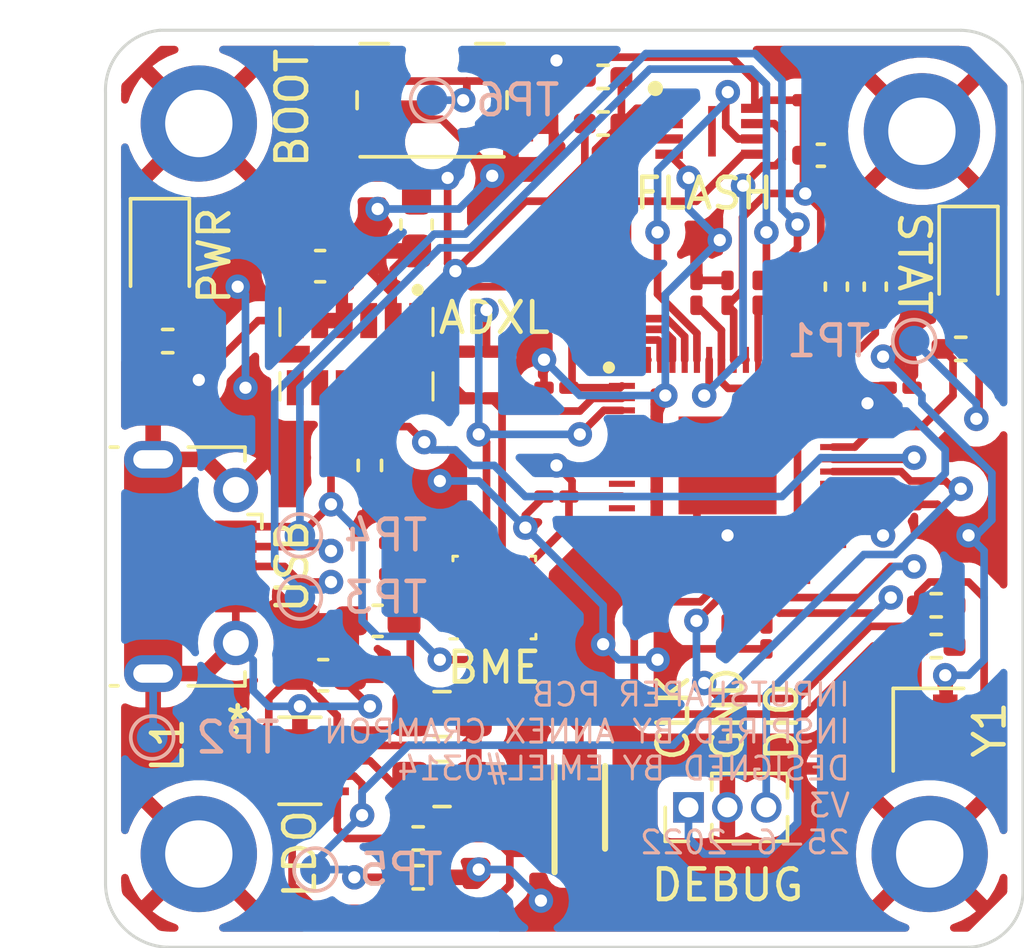
<source format=kicad_pcb>
(kicad_pcb (version 20211014) (generator pcbnew)
  (layers (0 "F.Cu" signal) (31 "B.Cu" signal) (34 "B.Paste" user) (35 "F.Paste" user) (36 "B.SilkS" user "B.Silkscreen") (37 "F.SilkS" user "F.Silkscreen") (38 "B.Mask" user) (39 "F.Mask" user) (44 "Edge.Cuts" user))
  (net 0 "")
  (net 1 "+3V3")
  (net 2 "GNDREF")
  (net 4 "/ADXL345/CS_ADXL")
  (net 9 "/ADXL345/SDO_ADXL")
  (net 10 "Net-(AC1-Pad13)")
  (net 11 "Net-(AC1-Pad14)")
  (net 12 "VSS")
  (net 13 "VBUS")
  (net 14 "/SDA")
  (net 15 "/SCL")
  (net 16 "/XIN")
  (net 17 "/XOUT")
  (net 18 "+1V1")
  (net 19 "/SWCLK")
  (net 20 "/SWDIO")
  (net 21 "/RUN")
  (net 22 "/GPIO23")
  (net 23 "/GPIO24")
  (net 24 "/GPIO25")
  (net 25 "/USB_DMX")
  (net 26 "/USB_DPX")
  (net 27 "/QSPI_SD3")
  (net 28 "/QSPI_SCLK")
  (net 29 "/QSPI_SD0")
  (net 30 "/QSPI_SD2")
  (net 31 "/QSPI_SD1")
  (net 32 "/QSPI_SS")
  (net 34 "Net-(L1-Pad1)")
  (net 35 "Net-(L1-Pad2)")
  (net 36 "/XR")
  (net 37 "Net-(D1-Pad2)")
  (net 38 "Net-(D2-Pad2)")
  (net 39 "/USB_DP")
  (net 41 "/USB_DM")
  (net 42 "/3V3_EN")
  (net 43 "Net-(R11-Pad1)")
  (net 44 "/4")
  (net 45 "/5")
  (net 46 "/6")
  (net 47 "/7")
  (net 48 "/8")
  (net 49 "/9")
  (net 50 "/11")
  (net 51 "/12")
  (net 52 "/13")
  (net 53 "/14")
  (net 54 "/15")
  (net 55 "/16")
  (net 56 "/17")
  (net 57 "/18")
  (net 58 "/27")
  (net 59 "/28")
  (net 60 "/34")
  (net 61 "/38")
  (net 62 "/39")
  (net 63 "/40")
  (net 64 "/41")
  (net 65 "/43")
  (net 66 "/29")
  (net 67 "/30")
  (net 68 "/31")
  (net 69 "/32")
  (footprint "MountingHole:MountingHole_2.2mm_M2_DIN965_Pad" (layer "F.Cu") (at 141.986 95.25)
    (fp_text reference "H4" hide)
    (fp_text value "MountingHole_Pad" hide)
  )
  (footprint "Resistor_SMD:R_0201_0603Metric_Pad0.64x0.40mm_HandSolder" (layer "F.Cu") (at 161.29 100.784 -90)
    (fp_text reference "R6" hide)
    (fp_text value "27r" hide)
  )
  (footprint "Resistor_SMD:R_0402_1005Metric_Pad0.72x0.64mm_HandSolder" (layer "F.Cu") (at 149.152 118.618)
    (fp_text reference "R9" hide)
    (fp_text value "100k" hide)
  )
  (footprint "Capacitor_SMD:C_0603_1608Metric_Pad1.08x0.95mm_HandSolder" (layer "F.Cu") (at 147.828 111.506 180)
    (fp_text reference "C17" hide)
    (fp_text value "0.1uf" hide)
  )
  (footprint "Resistor_SMD:R_0201_0603Metric_Pad0.64x0.40mm_HandSolder" (layer "F.Cu") (at 151.13 104.231)
    (fp_text reference "R16" hide)
    (fp_text value "4.7k" hide)
  )
  (footprint "MountingHole:MountingHole_2.2mm_M2_DIN965_Pad" (layer "F.Cu") (at 165.608 95.504)
    (fp_text reference "H1" hide)
    (fp_text value "MountingHole_Pad" hide)
  )
  (footprint "Capacitor_SMD:C_0201_0603Metric_Pad0.64x0.40mm_HandSolder" (layer "F.Cu") (at 163.068 116.332 180)
    (fp_text reference "C2" hide)
    (fp_text value "15p" hide)
  )
  (footprint "Capacitor_SMD:C_0402_1005Metric_Pad0.74x0.62mm_HandSolder" (layer "F.Cu") (at 164.084 100.584 90)
    (fp_text reference "C9" hide)
    (fp_text value "2u2" hide)
  )
  (footprint "Capacitor_SMD:C_0201_0603Metric_Pad0.64x0.40mm_HandSolder" (layer "F.Cu") (at 145.9495 98.044)
    (fp_text reference "C19" hide)
    (fp_text value "10uf1" hide)
  )
  (footprint "Capacitor_SMD:C_0603_1608Metric_Pad1.08x0.95mm_HandSolder" (layer "F.Cu") (at 146.05 113.284 180)
    (fp_text reference "C18" hide)
    (fp_text value "10uf" hide)
  )
  (footprint "Resistor_SMD:R_0402_1005Metric_Pad0.72x0.64mm_HandSolder" (layer "F.Cu") (at 147.574 106.426 -90)
    (fp_text reference "R8" hide)
    (fp_text value "10k" hide)
  )
  (footprint "Connector_PinHeader_1.27mm:PinHeader_1x03_P1.27mm_Vertical" (layer "F.Cu") (at 157.983 117.602 90)
    (fp_text reference "J1" hide)
    (fp_text value "Conn_01x03_Male" hide)
  )
  (footprint "Capacitor_SMD:C_0201_0603Metric_Pad0.64x0.40mm_HandSolder" (layer "F.Cu") (at 162.106 94.488)
    (fp_text reference "C16" hide)
    (fp_text value "100n" hide)
  )
  (footprint "Mouser parts:QFN40P700X700X90-57N-D" (layer "F.Cu") (at 159.258 106.426)
    (fp_text reference "IC1" hide)
    (fp_text value "RP2040" hide)
  )
  (footprint "MountingHole:MountingHole_2.2mm_M2_DIN965_Pad" (layer "F.Cu") (at 165.862 119.126)
    (fp_text reference "H2" hide)
    (fp_text value "MountingHole_Pad" hide)
  )
  (footprint "Resistor_SMD:R_0402_1005Metric_Pad0.72x0.64mm_HandSolder" (layer "F.Cu") (at 166.074 110.998 180)
    (fp_text reference "R3" hide)
    (fp_text value "1k" hide)
  )
  (footprint "Resistor_SMD:R_0402_1005Metric_Pad0.72x0.64mm_HandSolder" (layer "F.Cu") (at 155.194 93.726)
    (fp_text reference "R11" hide)
    (fp_text value "1k" hide)
  )
  (footprint "LED_SMD:LED_0805_2012Metric_Pad1.15x1.40mm_HandSolder" (layer "F.Cu") (at 140.716 99.568 -90)
    (fp_text reference "D2" hide)
    (fp_text value "LED" hide)
  )
  (footprint "Capacitor_SMD:C_0603_1608Metric_Pad1.08x0.95mm_HandSolder" (layer "F.Cu") (at 149.098 98.552 -90)
    (fp_text reference "C21" hide)
    (fp_text value "0.1uf" hide)
  )
  (footprint "Mouser parts:CC-14-1" (layer "F.Cu") (at 147.136 102.7885 -90)
    (fp_text reference "AC1" hide)
    (fp_text value "ADXL345BCCZ-RL7" hide)
  )
  (footprint "Capacitor_SMD:C_0603_1608Metric_Pad1.08x0.95mm_HandSolder" (layer "F.Cu") (at 145.9495 99.913)
    (fp_text reference "C20" hide)
    (fp_text value "0.1uf" hide)
  )
  (footprint "Resistor_SMD:R_0402_1005Metric_Pad0.72x0.64mm_HandSolder" (layer "F.Cu") (at 140.97 102.362)
    (fp_text reference "R4" hide)
    (fp_text value "10k" hide)
  )
  (footprint "LED_SMD:LED_0805_2012Metric_Pad1.15x1.40mm_HandSolder" (layer "F.Cu") (at 167.132 99.822 -90)
    (fp_text reference "D1" hide)
    (fp_text value "LED" hide)
  )
  (footprint "Resistor_SMD:R_0201_0603Metric_Pad0.64x0.40mm_HandSolder" (layer "F.Cu") (at 151.13 102.707)
    (fp_text reference "R15" hide)
    (fp_text value "4.7k" hide)
  )
  (footprint "RT6150B-33GQW:RT6150B-33GQW" (layer "F.Cu") (at 145.288 116.078)
    (fp_text reference "U1" hide)
    (fp_text value "RT6150B-33GQW" hide)
  )
  (footprint "Capacitor_SMD:C_0402_1005Metric_Pad0.74x0.62mm_HandSolder" (layer "F.Cu") (at 162.814 100.584 90)
    (fp_text reference "C10" hide)
    (fp_text value "2u2" hide)
  )
  (footprint "Resistor_SMD:R_0402_1005Metric_Pad0.72x0.64mm_HandSolder" (layer "F.Cu") (at 166.878 102.616 180)
    (fp_text reference "R1" hide)
    (fp_text value "4.7k" hide)
  )
  (footprint "Capacitor_SMD:C_0201_0603Metric_Pad0.64x0.40mm_HandSolder" (layer "F.Cu") (at 163.576 114.554 90)
    (fp_text reference "C1" hide)
    (fp_text value "15p " hide)
  )
  (footprint "Capacitor_SMD:C_0201_0603Metric_Pad0.64x0.40mm_HandSolder" (layer "F.Cu") (at 158.242 100.784 90)
    (fp_text reference "C6" hide)
    (fp_text value "2u2" hide)
  )
  (footprint "Capacitor_SMD:C_0201_0603Metric_Pad0.64x0.40mm_HandSolder" (layer "F.Cu") (at 160.528 112.014 -90)
    (fp_text reference "C8" hide)
    (fp_text value "100n" hide)
  )
  (footprint "Capacitor_SMD:C_0201_0603Metric_Pad0.64x0.40mm_HandSolder" (layer "F.Cu") (at 159.258 100.784 90)
    (fp_text reference "C3" hide)
    (fp_text value "2u2" hide)
  )
  (footprint "Capacitor_SMD:C_0201_0603Metric_Pad0.64x0.40mm_HandSolder" (layer "F.Cu") (at 164.88 103.886)
    (fp_text reference "C11" hide)
    (fp_text value "100n" hide)
  )
  (footprint "Resistor_SMD:R_0402_1005Metric_Pad0.72x0.64mm_HandSolder" (layer "F.Cu") (at 166.074 112.33 180)
    (fp_text reference "R2" hide)
    (fp_text value "DNP" hide)
  )
  (footprint "Inductor_SMD:L_0402_1005Metric" (layer "F.Cu") (at 142.24 115.57 -90)
    (fp_text reference "L1")
    (fp_text value "2u2" hide)
  )
  (footprint "Mouser parts:SODFL3616X98N" (layer "F.Cu") (at 154.432 117.602 90)
    (fp_text reference "D3" hide)
    (fp_text value "MBR120VLSFT1G" hide)
  )
  (footprint "Resistor_SMD:R_0201_0603Metric_Pad0.64x0.40mm_HandSolder" (layer "F.Cu") (at 160.274 100.784 -90)
    (fp_text reference "R5" hide)
    (fp_text value "27r" hide)
  )
  (footprint "Crystal:Crystal_SMD_2016-4Pin_2.0x1.6mm" (layer "F.Cu") (at 165.82 115.062 -90)
    (fp_text reference "Y1")
    (fp_text value "12MHz" hide)
  )
  (footprint "Capacitor_SMD:C_0805_2012Metric_Pad1.18x1.45mm_HandSolder" (layer "F.Cu") (at 149.932 116.84)
    (fp_text reference "C13" hide)
    (fp_text value "47u" hide)
  )
  (footprint "Capacitor_SMD:C_0201_0603Metric_Pad0.64x0.40mm_HandSolder" (layer "F.Cu") (at 164.88 107.696)
    (fp_text reference "C12" hide)
    (fp_text value "100n" hide)
  )
  (footprint "Resistor_SMD:R_0201_0603Metric_Pad0.64x0.40mm_HandSolder" (layer "F.Cu") (at 148.598 108.966 180)
    (fp_text reference "R14" hide)
    (fp_text value "4.7k" hide)
  )
  (footprint "Resistor_SMD:R_0402_1005Metric_Pad0.72x0.64mm_HandSolder" (layer "F.Cu") (at 155.194 95.25)
    (fp_text reference "R12" hide)
    (fp_text value "DNP" hide)
  )
  (footprint "Package_LGA:Bosch_LGA-8_2.5x2.5mm_P0.65mm_ClockwisePinNumbering" (layer "F.Cu") (at 151.638 110.744 90)
    (fp_text reference "U2" hide)
    (fp_text value "BME280" hide)
  )
  (footprint "Capacitor_SMD:C_0805_2012Metric_Pad1.18x1.45mm_HandSolder" (layer "F.Cu") (at 149.932 114.554)
    (fp_text reference "C14" hide)
    (fp_text value "47u" hide)
  )
  (footprint "Capacitor_SMD:C_0402_1005Metric_Pad0.74x0.62mm_HandSolder" (layer "F.Cu") (at 162.306 96.288)
    (fp_text reference "C15" hide)
    (fp_text value "2u2" hide)
  )
  (footprint "Resistor_SMD:R_01005_0402Metric_Pad0.57x0.30mm_HandSolder" (layer "F.Cu") (at 146.304 106.172 90)
    (fp_text reference "R7" hide)
    (fp_text value "5k6" hide)
  )
  (footprint "Connector_USB:USB_Micro-B_Molex-105017-0001" (layer "F.Cu") (at 141.732 109.728 -90)
    (fp_text reference "J2" hide)
    (fp_text value "USB_B_Micro" hide)
  )
  (footprint "Button_Switch_SMD:Panasonic_EVQPUM_EVQPUD" (layer "F.Cu") (at 149.606 94.488)
    (fp_text reference "SW1" hide)
    (fp_text value "SW_Push" hide)
  )
  (footprint "Capacitor_SMD:C_0201_0603Metric_Pad0.64x0.40mm_HandSolder" (layer "F.Cu") (at 159.258 112.014 -90)
    (fp_text reference "C7" hide)
    (fp_text value "100n" hide)
  )
  (footprint "MountingHole:MountingHole_2.2mm_M2_DIN965_Pad" (layer "F.Cu") (at 141.986 119.126)
    (fp_text reference "H3" hide)
    (fp_text value "MountingHole_Pad" hide)
  )
  (footprint "Capacitor_SMD:C_0201_0603Metric_Pad0.64x0.40mm_HandSolder" (layer "F.Cu") (at 153.67 103.886 180)
    (fp_text reference "C4" hide)
    (fp_text value "100n" hide)
  )
  (footprint "Mouser parts:SON50P300X200X60-9N" (layer "F.Cu") (at 158.75 95.504)
    (fp_text reference "IC2" hide)
    (fp_text value "W25Q16JVUXIQ" hide)
  )
  (footprint "Resistor_SMD:R_0201_0603Metric_Pad0.64x0.40mm_HandSolder" (layer "F.Cu") (at 148.598 109.982 180)
    (fp_text reference "R13" hide)
    (fp_text value "4.7k" hide)
  )
  (footprint "Resistor_SMD:R_0402_1005Metric_Pad0.72x0.64mm_HandSolder" (layer "F.Cu") (at 149.152 119.888)
    (fp_text reference "R10" hide)
    (fp_text value "100k" hide)
  )
  (footprint "Capacitor_SMD:C_0201_0603Metric_Pad0.64x0.40mm_HandSolder" (layer "F.Cu") (at 153.67 107.442 180)
    (fp_text reference "C5" hide)
    (fp_text value "100n" hide)
  )
  (footprint "TestPoint:TestPoint_Pad_D1.0mm" (layer "B.Cu") (at 165.354 102.362 180)
    (fp_text reference "TP1")
    (fp_text value "TestPoint")
  )
  (footprint "TestPoint:TestPoint_Pad_D1.0mm" (layer "B.Cu") (at 149.606 94.488 180)
    (fp_text reference "TP6")
    (fp_text value "TestPoint")
  )
  (footprint "TestPoint:TestPoint_Pad_D1.0mm" (layer "B.Cu") (at 140.462 115.316 180)
    (fp_text reference "TP2")
    (fp_text value "TestPoint")
  )
  (footprint "TestPoint:TestPoint_Pad_D1.0mm" (layer "B.Cu") (at 145.288 108.712 180)
    (fp_text reference "TP4")
    (fp_text value "TestPoint")
  )
  (footprint "TestPoint:TestPoint_Pad_D1.0mm" (layer "B.Cu") (at 145.796 119.634 180)
    (fp_text reference "TP5")
    (fp_text value "TestPoint")
  )
  (footprint "TestPoint:TestPoint_Pad_D1.0mm" (layer "B.Cu") (at 145.288 110.744 180)
    (fp_text reference "TP3")
    (fp_text value "TestPoint")
  )
  (gr_arc (start 168.91 120.296445) (mid 168.40873 121.602394) (end 167.132 122.174) (layer "Edge.Cuts") (width 0.1))
  (gr_line (start 168.91 93.98) (end 168.91 120.296445) (layer "Edge.Cuts") (width 0.1))
  (gr_line (start 140.716 92.202) (end 166.878 92.202) (layer "Edge.Cuts") (width 0.1))
  (gr_arc (start 166.878 92.202) (mid 168.216987 92.721872) (end 168.91 93.98) (layer "Edge.Cuts") (width 0.1))
  (gr_line (start 167.132 122.174) (end 140.97 122.174) (layer "Edge.Cuts") (width 0.1))
  (gr_line (start 138.938 120.118937) (end 138.938 94.234) (layer "Edge.Cuts") (width 0.1))
  (gr_arc (start 138.938 94.234) (mid 139.422937 92.864445) (end 140.716 92.202) (layer "Edge.Cuts") (width 0.1))
  (gr_arc (start 140.97 122.174) (mid 139.544753 121.551123) (end 138.938 120.118937) (layer "Edge.Cuts") (width 0.1))
  (gr_text "INPUTSHAPER PCB\nINSPIRED BY ANNEX CRAMPON\nDESIGNED BY EMIEL#0314\nV3\n25-6-2022" (at 163.322 116.332) (layer "B.SilkS") (effects (font (size 0.75 0.75) (thickness 0.1)) (justify left mirror)))
  (gr_text "ADXL" (at 151.638 101.6) (layer "F.SilkS") (effects (font (size 1 1))))
  (gr_text "BME" (at 151.638 113.03) (layer "F.SilkS") (effects (font (size 1 1))))
  (gr_text "STAT" (at 165.354 99.822 -90) (layer "F.SilkS") (effects (font (size 1 1))))
  (gr_text "LDO" (at 145.288 119.126 90) (layer "F.SilkS") (effects (font (size 1 1))))
  (gr_text "DEBUG" (at 159.258 120.142) (layer "F.SilkS") (effects (font (size 1 1))))
  (gr_text "CLK" (at 157.48 114.665143 90) (layer "F.SilkS") (effects (font (size 1 1))))
  (gr_text "USB" (at 145.034 109.728 90) (layer "F.SilkS") (effects (font (size 1 1))))
  (gr_text "DIO" (at 161.036 114.808 90) (layer "F.SilkS") (effects (font (size 1 1))))
  (gr_text "BOOT" (at 145.034 94.742 90) (layer "F.SilkS") (effects (font (size 1 1))))
  (gr_text "FLASH" (at 158.496 97.536) (layer "F.SilkS") (effects (font (size 1 1))))
  (gr_text "GND" (at 159.258 114.546096 90) (layer "F.SilkS") (effects (font (size 1 1))))
  (gr_text "PWR" (at 142.494 99.568 90) (layer "F.SilkS") (effects (font (size 1 1))))
  (segment (start 154.0775 108.3545) (end 152.663 109.769) (width 0.25) (layer "F.Cu") (net 1))
  (segment (start 161.798 97.536) (end 162.306 98.044) (width 0.25) (layer "F.Cu") (net 1))
  (segment (start 153.67 106.426) (end 154.178 106.934) (width 0.25) (layer "F.Cu") (net 1))
  (segment (start 141.5675 102.362) (end 141.5675 103.2135) (width 0.25) (layer "F.Cu") (net 1))
  (segment (start 152.908 100.584) (end 154.178 101.854) (width 0.25) (layer "F.Cu") (net 1))
  (segment (start 154.0775 107.442) (end 154.0775 108.3545) (width 0.25) (layer "F.Cu") (net 1))
  (segment (start 159.258 101.1915) (end 159.74948 100.70002) (width 0.25) (layer "F.Cu") (net 1))
  (segment (start 153.416 97.79) (end 154.5965 96.6095) (width 0.25) (layer "F.Cu") (net 1))
  (segment (start 144.272 114.046) (end 145.034 113.284) (width 0.25) (layer "F.Cu") (net 1))
  (segment (start 146.5072 114.6037) (end 146.5072 115.077999) (width 0.25) (layer "F.Cu") (net 1))
  (segment (start 149.136 101.308) (end 150.368 100.076) (width 0.25) (layer "F.Cu") (net 1))
  (segment (start 141.5675 103.2135) (end 141.986 103.632) (width 0.25) (layer "F.Cu") (net 1))
  (segment (start 161.7385 96.288) (end 161.7385 97.4765) (width 0.25) (layer "F.Cu") (net 1))
  (segment (start 154.178 101.854) (end 154.178 103.7855) (width 0.25) (layer "F.Cu") (net 1))
  (segment (start 144.99998 97.80958) (end 144.99998 99.82598) (width 0.25) (layer "F.Cu") (net 1))
  (segment (start 151.511 111.125) (end 152.105 111.719) (width 0.25) (layer "F.Cu") (net 1))
  (segment (start 162.306 99.620278) (end 162.052 99.874278) (width 0.25) (layer "F.Cu") (net 1))
  (segment (start 162.052 102.108) (end 162.814 101.346) (width 0.25) (layer "F.Cu") (net 1))
  (segment (start 148.8945 114.554) (end 148.8945 111.71) (width 0.25) (layer "F.Cu") (net 1))
  (segment (start 149.1275 111.069) (end 150.613 111.069) (width 0.25) (layer "F.Cu") (net 1))
  (segment (start 159.458 108.912) (end 159.258 108.712) (width 0.25) (layer "F.Cu") (net 1))
  (segment (start 160.416 94.488) (end 160.15 94.754) (width 0.25) (layer "F.Cu") (net 1))
  (segment (start 144.272 114.874799) (end 144.0688 115.077999) (width 0.25) (layer "F.Cu") (net 1))
  (segment (start 148.6905 111.506) (end 149.1275 111.069) (width 0.25) (layer "F.Cu") (net 1))
  (segment (start 144.272 114.046) (end 144.272 114.874799) (width 0.25) (layer "F.Cu") (net 1))
  (segment (start 162.708 107.426) (end 164.2025 107.426) (width 0.25) (layer "F.Cu") (net 1))
  (segment (start 154.5965 96.6095) (end 154.5965 95.25) (width 0.25) (layer "F.Cu") (net 1))
  (segment (start 163.83 104.394) (end 163.9645 104.394) (width 0.25) (layer "F.Cu") (net 1))
  (segment (start 161.458 102.976) (end 161.458 102.301) (width 0.25) (layer "F.Cu") (net 1))
  (segment (start 164.4725 108.5775) (end 164.338 108.712) (width 0.25) (layer "F.Cu") (net 1))
  (segment (start 146.357 98.044) (end 146.357 97.081) (width 0.25) (layer "F.Cu") (net 1))
  (segment (start 159.458 102.976) (end 159.858 102.976) (width 0.25) (layer "F.Cu") (net 1))
  (segment (start 155.748 103.886) (end 155.808 103.826) (width 0.25) (layer "F.Cu") (net 1))
  (segment (start 151.455 111.069) (end 151.511 111.125) (width 0.25) (layer "F.Cu") (net 1))
  (segment (start 151.511 111.125) (end 152.217 110.419) (width 0.25) (layer "F.Cu") (net 1))
  (segment (start 146.5072 115.077999) (end 148.370501 115.077999) (width 0.25) (layer "F.Cu") (net 1))
  (segment (start 163.9645 104.394) (end 164.4725 103.886) (width 0.25) (layer "F.Cu") (net 1))
  (segment (start 162.814 101.346) (end 162.814 101.1515) (width 0.25) (layer "F.Cu") (net 1))
  (segment (start 162.306 98.044) (end 162.306 99.620278) (width 0.25) (layer "F.Cu") (net 1))
  (segment (start 159.458 102.976) (end 159.458 101.3915) (width 0.25) (layer "F.Cu") (net 1))
  (segment (start 149.136 101.691) (end 149.136 101.308) (width 0.25) (layer "F.Cu") (net 1))
  (segment (start 155.808 107.426) (end 154.0935 107.426) (width 0.25) (layer "F.Cu") (net 1))
  (segment (start 148.6905 111.506) (end 148.1905 111.006) (width 0.25) (layer "F.Cu") (net 1))
  (segment (start 145.136 101.691) (end 145.136 99.962) (width 0.25) (layer "F.Cu") (net 1))
  (segment (start 150.114 97.028) (end 146.304 97.028) (width 0.25) (layer "F.Cu") (net 1))
  (segment (start 150.114 97.028) (end 150.114 99.822) (width 0.25) (layer "F.Cu") (net 1))
  (segment (start 164.4725 107.696) (end 164.4725 108.5775) (width 0.25) (layer "F.Cu") (net 1))
  (segment (start 159.37548 93.08148) (end 153.777 93.08148) (width 0.25) (layer "F.Cu") (net 1))
  (segment (start 154.178 107.3415) (end 154.0775 107.442) (width 0.25) (layer "F.Cu") (net 1))
  (segment (start 159.74948 100.70002) (end 159.74948 98.31452) (width 0.25) (layer "F.Cu") (net 1))
  (segment (start 150.876 100.584) (end 152.908 100.584) (width 0.25) (layer "F.Cu") (net 1))
  (segment (start 154.178 106.934) (end 154.178 107.3415) (width 0.25) (layer "F.Cu") (net 1))
  (segment (start 162.814 101.1515) (end 162.3655 101.1515) (width 0.25) (layer "F.Cu") (net 1))
  (segment (start 144.99998 99.82598) (end 145.087 99.913) (width 0.25) (layer "F.Cu") (net 1))
  (segment (start 152.217 110.419) (end 152.663 110.419) (width 0.25) (layer "F.Cu") (net 1))
  (segment (start 162.052 100.838) (end 162.052 100.418159) (width 0.25) (layer "F.Cu") (net 1))
  (segment (start 160.15 93.856) (end 159.512 93.218) (width 0.25) (layer "F.Cu") (net 1))
  (segment (start 159.458 111.4065) (end 159.458 109.876) (width 0.25) (layer "F.Cu") (net 1))
  (segment (start 152.105 111.719) (end 152.663 111.719) (width 0.25) (layer "F.Cu") (net 1))
  (segment (start 145.136 99.962) (end 145.087 99.913) (width 0.25) (layer "F.Cu") (net 1))
  (segment (start 154.178 103.7855) (end 154.0775 103.886) (width 0.25) (layer "F.Cu") (net 1))
  (segment (start 148.8945 111.71) (end 148.6905 111.506) (width 0.25) (layer "F.Cu") (net 1))
  (segment (start 146.304 97.028) (end 145.78156 97.028) (width 0.25) (layer "F.Cu") (net 1))
  (segment (start 154.0935 107.426) (end 154.0775 107.442) (width 0.25) (layer "F.Cu") (net 1))
  (segment (start 159.512 93.218) (end 159.37548 93.08148) (width 0.25) (layer "F.Cu") (net 1))
  (segment (start 164.2025 107.426) (end 164.4725 107.696) (width 0.25) (layer "F.Cu") (net 1))
  (segment (start 160.15 94.754) (end 160.15 93.856) (width 0.25) (layer "F.Cu") (net 1))
  (segment (start 164.4125 103.826) (end 164.4725 103.886) (width 0.25) (layer "F.Cu") (net 1))
  (segment (start 145.1875 113.284) (end 146.5072 114.6037) (width 0.25) (layer "F.Cu") (net 1))
  (segment (start 148.1905 108.966) (end 148.1905 109.982) (width 0.25) (layer "F.Cu") (net 1))
  (segment (start 145.034 113.284) (end 145.1875 113.284) (width 0.25) (layer "F.Cu") (net 1))
  (segment (start 149.098 97.282) (end 149.098 97.1815) (width 0.25) (layer "F.Cu") (net 1))
  (segment (start 148.1905 111.006) (end 148.1905 109.982) (width 0.25) (layer "F.Cu") (net 1))
  (segment (start 145.78156 97.028) (end 144.99998 97.80958) (width 0.25) (layer "F.Cu") (net 1))
  (segment (start 148.370501 115.077999) (end 148.8945 114.554) (width 0.25) (layer "F.Cu") (net 1))
  (segment (start 141.986 103.632) (end 143.927 101.691) (width 0.25) (layer "F.Cu") (net 1))
  (segment (start 161.6985 94.488) (end 160.416 94.488) (width 0.25) (layer "F.Cu") (net 1))
  (segment (start 150.368 100.076) (end 150.876 100.584) (width 0.25) (layer "F.Cu") (net 1))
  (segment (start 161.651 102.108) (end 162.052 102.108) (width 0.25) (layer "F.Cu") (net 1))
  (segment (start 152.654 97.79) (end 153.416 97.79) (width 0.25) (layer "F.Cu") (net 1))
  (segment (start 159.258 111.6065) (end 159.458 111.4065) (width 0.25) (layer "F.Cu") (net 1))
  (segment (start 161.7385 94.528) (end 161.6985 94.488) (width 0.25) (layer "F.Cu") (net 1))
  (segment (start 159.74948 98.31452) (end 160.528 97.536) (width 0.25) (layer "F.Cu") (net 1))
  (segment (start 162.708 103.826) (end 164.4125 103.826) (width 0.25) (layer "F.Cu") (net 1))
  (segment (start 160.528 97.536) (end 161.798 97.536) (width 0.25) (layer "F.Cu") (net 1))
  (segment (start 143.927 101.691) (end 145.136 101.691) (width 0.25) (layer "F.Cu") (net 1))
  (segment (start 150.114 99.822) (end 150.368 100.076) (width 0.25) (layer "F.Cu") (net 1))
  (segment (start 162.3655 101.1515) (end 162.052 100.838) (width 0.25) (layer "F.Cu") (net 1))
  (segment (start 159.458 109.876) (end 159.458 108.912) (width 0.25) (layer "F.Cu") (net 1))
  (segment (start 152.663 110.419) (end 152.663 109.769) (width 0.25) (layer "F.Cu") (net 1))
  (segment (start 159.458 101.3915) (end 159.258 101.1915) (width 0.25) (layer "F.Cu") (net 1))
  (segment (start 150.368 100.076) (end 152.654 97.79) (width 0.25) (layer "F.Cu") (net 1))
  (segment (start 161.7385 96.288) (end 161.7385 94.528) (width 0.25) (layer "F.Cu") (net 1))
  (segment (start 154.0775 103.886) (end 155.748 103.886) (width 0.25) (layer "F.Cu") (net 1))
  (segment (start 161.7385 97.4765) (end 161.798 97.536) (width 0.25) (layer "F.Cu") (net 1))
  (segment (start 146.357 97.081) (end 146.304 97.028) (width 0.25) (layer "F.Cu") (net 1))
  (segment (start 162.052 99.874278) (end 162.052 100.584) (width 0.25) (layer "F.Cu") (net 1))
  (segment (start 153.777 93.08148) (end 153.67 93.18848) (width 0.25) (layer "F.Cu") (net 1))
  (segment (start 150.613 111.069) (end 151.455 111.069) (width 0.25) (layer "F.Cu") (net 1))
  (segment (start 161.458 102.301) (end 161.651 102.108) (width 0.25) (layer "F.Cu") (net 1))
  (via (at 150.114 97.028) (size 0.8) (drill 0.4) (layers "F.Cu" "B.Cu") (net 1))
  (via (at 159.258 108.712) (size 0.8) (drill 0.4) (layers "F.Cu" "B.Cu") (net 1))
  (via (at 153.67 106.426) (size 0.8) (drill 0.4) (layers "F.Cu" "B.Cu") (net 1))
  (via (at 153.67 93.18848) (size 0.8) (drill 0.4) (layers "F.Cu" "B.Cu") (net 1))
  (via (at 161.798 97.536) (size 0.8) (drill 0.4) (layers "F.Cu" "B.Cu") (net 1))
  (via (at 164.338 108.712) (size 0.8) (drill 0.4) (layers "F.Cu" "B.Cu") (net 1))
  (via (at 150.368 100.076) (size 0.8) (drill 0.4) (layers "F.Cu" "B.Cu") (net 1))
  (via (at 141.986 103.632) (size 0.8) (drill 0.4) (layers "F.Cu" "B.Cu") (net 1))
  (via (at 163.83 104.394) (size 0.8) (drill 0.4) (layers "F.Cu" "B.Cu") (net 1))
  (segment (start 153.19152 93.18848) (end 153.67 93.18848) (width 0.25) (layer "B.Cu") (net 1))
  (segment (start 151.13 95.25) (end 153.19152 93.18848) (width 0.25) (layer "B.Cu") (net 1))
  (segment (start 166.37 106.68) (end 164.338 108.712) (width 0.25) (layer "B.Cu") (net 1))
  (segment (start 165.1 104.648) (end 166.37 105.918) (width 0.25) (layer "B.Cu") (net 1))
  (segment (start 150.114 97.028) (end 151.13 96.012) (width 0.25) (layer "B.Cu") (net 1))
  (segment (start 151.13 96.012) (end 151.13 95.25) (width 0.25) (layer "B.Cu") (net 1))
  (segment (start 163.83 104.394) (end 164.084 104.648) (width 0.25) (layer "B.Cu") (net 1))
  (segment (start 166.37 105.918) (end 166.37 106.68) (width 0.25) (layer "B.Cu") (net 1))
  (segment (start 164.084 104.648) (end 165.1 104.648) (width 0.25) (layer "B.Cu") (net 1))
  (segment (start 159.258 112.4215) (end 160.528 112.4215) (width 0.25) (layer "F.Cu") (net 2))
  (segment (start 152.663 111.069) (end 153.741 111.069) (width 0.25) (layer "F.Cu") (net 2))
  (segment (start 156.48 109.204) (end 158.258 109.204) (width 0.25) (layer "F.Cu") (net 2))
  (segment (start 157.988 96.892) (end 157.35 96.254) (width 0.25) (layer "F.Cu") (net 2))
  (segment (start 148.336 100.838) (end 147.411 99.913) (width 0.25) (layer "F.Cu") (net 2))
  (segment (start 151.569842 96.766858) (end 149.916463 95.113479) (width 0.25) (layer "F.Cu") (net 2))
  (segment (start 147.255521 95.113479) (end 147.031 95.338) (width 0.25) (layer "F.Cu") (net 2))
  (segment (start 145.936 100.789) (end 146.812 99.913) (width 0.25) (layer "F.Cu") (net 2))
  (segment (start 153.2625 103.886) (end 153.2625 102.9705) (width 0.25) (layer "F.Cu") (net 2))
  (segment (start 145.542 98.643) (end 146.812 99.913) (width 0.25) (layer "F.Cu") (net 2))
  (segment (start 150.613999 115.578001) (end 150.9695 115.2225) (width 0.25) (layer "F.Cu") (net 2))
  (segment (start 162.6605 115.4165) (end 162.814 115.57) (width 0.25) (layer "F.Cu") (net 2))
  (segment (start 154.178 111.76) (end 153.819489 112.118511) (width 0.25) (layer "F.Cu") (net 2))
  (segment (start 148.336 100.0135) (end 149.098 99.2515) (width 0.25) (layer "F.Cu") (net 2))
  (segment (start 158.242 100.3765) (end 159.258 100.3765) (width 0.25) (layer "F.Cu") (net 2))
  (segment (start 164.592 115.062) (end 166.116 115.062) (width 0.25) (layer "F.Cu") (net 2))
  (segment (start 157.3265 112.4215) (end 156.972 112.776) (width 0.25) (layer "F.Cu") (net 2))
  (segment (start 166.116 107.696) (end 167.132 108.712) (width 0.25) (layer "F.Cu") (net 2))
  (segment (start 154.178 111.506) (end 154.178 111.76) (width 0.25) (layer "F.Cu") (net 2))
  (segment (start 152.654 108.0505) (end 153.2625 107.442) (width 0.25) (layer "F.Cu") (net 2))
  (segment (start 146.736 99.989) (end 146.812 99.913) (width 0.25) (layer "F.Cu") (net 2))
  (segment (start 146.9125 113.284) (end 146.9125 113.6385) (width 0.25) (layer "F.Cu") (net 2))
  (segment (start 144.0688 116.078) (end 145.288 116.078) (width 0.25) (layer "F.Cu") (net 2))
  (segment (start 148.336 101.691) (end 148.336 100.838) (width 0.25) (layer "F.Cu") (net 2))
  (segment (start 145.542 98.044) (end 145.542 98.643) (width 0.25) (layer "F.Cu") (net 2))
  (segment (start 163.322 114.046) (end 163.4755 114.046) (width 0.25) (layer "F.Cu") (net 2))
  (segment (start 147.411 99.913) (end 146.812 99.913) (width 0.25) (layer "F.Cu") (net 2))
  (segment (start 162.5135 94.488) (end 162.5135 95.2035) (width 0.25) (layer "F.Cu") (net 2))
  (segment (start 162.8735 95.5635) (end 162.8735 96.288) (width 0.25) (layer "F.Cu") (net 2))
  (segment (start 150.9695 115.2225) (end 150.9695 114.554) (width 0.25) (layer "F.Cu") (net 2))
  (segment (start 149.916463 95.113479) (end 147.255521 95.113479) (width 0.25) (layer "F.Cu") (net 2))
  (segment (start 151.012511 112.118511) (end 150.613 111.719) (width 0.25) (layer "F.Cu") (net 2))
  (segment (start 165.2875 107.696) (end 166.116 107.696) (width 0.25) (layer "F.Cu") (net 2))
  (segment (start 145.936 101.691) (end 145.936 100.789) (width 0.25) (layer "F.Cu") (net 2))
  (segment (start 164.338 102.87) (end 164.592 102.87) (width 0.25) (layer "F.Cu") (net 2))
  (segment (start 164.592 102.87) (end 165.2875 103.5655) (width 0.25) (layer "F.Cu") (net 2))
  (segment (start 148.336 100.838) (end 148.336 100.0135) (width 0.25) (layer "F.Cu") (net 2))
  (segment (start 162.814 115.57) (end 164.084 115.57) (width 0.25) (layer "F.Cu") (net 2))
  (segment (start 151.569842 96.959842) (end 151.569842 96.766858) (width 0.25) (layer "F.Cu") (net 2))
  (segment (start 146.736 101.691) (end 146.736 99.989) (width 0.25) (layer "F.Cu") (net 2))
  (segment (start 145.288 116.078) (end 145.288 114.3) (width 0.25) (layer "F.Cu") (net 2))
  (segment (start 145.787999 115.578001) (end 146.5072 115.578001) (width 0.25) (layer "F.Cu") (net 2))
  (segment (start 164.084 115.57) (end 164.592 115.062) (width 0.25) (layer "F.Cu") (net 2))
  (segment (start 162.6605 116.332) (end 162.6605 115.4165) (width 0.25) (layer "F.Cu") (net 2))
  (segment (start 157.988 97.028) (end 157.988 96.892) (width 0.25) (layer "F.Cu") (net 2))
  (segment (start 162.6605 115.4165) (end 162.6605 114.7075) (width 0.25) (layer "F.Cu") (net 2))
  (segment (start 153.819489 112.118511) (end 151.012511 112.118511) (width 0.25) (layer "F.Cu") (net 2))
  (segment (start 152.654 108.458) (end 152.654 108.0505) (width 0.25) (layer "F.Cu") (net 2))
  (segment (start 143.1945 112.228) (end 143.1945 111.028) (width 0.25) (layer "F.Cu") (net 2))
  (segment (start 158.258 107.426) (end 159.258 106.426) (width 0.25) (layer "F.Cu") (net 2))
  (segment (start 158.258 109.876) (end 158.258 109.204) (width 0.25) (layer "F.Cu") (net 2))
  (segment (start 163.4755 114.046) (end 163.576 114.1465) (width 0.25) (layer "F.Cu") (net 2))
  (segment (start 158.242 100.3765) (end 158.242 99.822) (width 0.25) (layer "F.Cu") (net 2))
  (segment (start 154.178 111.506) (end 156.48 109.204) (width 0.25) (layer "F.Cu") (net 2))
  (segment (start 146.9125 113.6385) (end 147.574 114.3) (width 0.25) (layer "F.Cu") (net 2))
  (segment (start 146.5072 115.578001) (end 150.613999 115.578001) (width 0.25) (layer "F.Cu") (net 2))
  (segment (start 166.116 115.062) (end 166.37 114.808) (width 0.25) (layer "F.Cu") (net 2))
  (segment (start 153.741 111.069) (end 154.178 111.506) (width 0.25) (layer "F.Cu") (net 2))
  (segment (start 158.258 109.204) (end 158.258 107.426) (width 0.25) (layer "F.Cu") (net 2))
  (segment (start 158.242 99.822) (end 159.004 99.06) (width 0.25) (layer "F.Cu") (net 2))
  (segment (start 162.6605 114.7075) (end 163.322 114.046) (width 0.25) (layer "F.Cu") (net 2))
  (segment (start 162.5135 95.2035) (end 162.8735 95.5635) (width 0.25) (layer "F.Cu") (net 2))
  (segment (start 165.2875 103.5655) (end 165.2875 103.886) (width 0.25) (layer "F.Cu") (net 2))
  (segment (start 145.288 116.078) (end 145.787999 115.578001) (width 0.25) (layer "F.Cu") (net 2))
  (segment (start 159.258 112.4215) (end 157.3265 112.4215) (width 0.25) (layer "F.Cu") (net 2))
  (via (at 166.37 113.284) (size 0.8) (drill 0.4) (layers "F.Cu" "B.Cu") (net 2))
  (via (at 145.288 114.3) (size 0.8) (drill 0.4) (layers "F.Cu" "B.Cu") (net 2))
  (via (at 153.2625 102.9705) (size 0.8) (drill 0.4) (layers "F.Cu" "B.Cu") (net 2))
  (via (at 153.162 120.65) (size 0.8) (drill 0.4) (layers "F.Cu" "B.Cu") (net 2))
  (via (at 156.972 112.776) (size 0.8) (drill 0.4) (layers "F.Cu" "B.Cu") (net 2))
  (via (at 164.338 102.87) (size 0.8) (drill 0.4) (layers "F.Cu" "B.Cu") (net 2))
  (via (at 147.828 98.044) (size 0.8) (drill 0.4) (layers "F.Cu" "B.Cu") (net 2))
  (via (at 149.86 106.934) (size 0.8) (drill 0.4) (layers "F.Cu" "B.Cu") (net 2))
  (via (at 157.226 104.14) (size 0.8) (drill 0.4) (layers "F.Cu" "B.Cu") (net 2))
  (via (at 155.194 112.268) (size 0.8) (drill 0.4) (layers "F.Cu" "B.Cu") (net 2))
  (via (at 147.574 114.3) (size 0.8) (drill 0.4) (layers "F.Cu" "B.Cu") (net 2))
  (via (at 157.988 97.028) (size 0.8) (drill 0.4) (layers "F.Cu" "B.Cu") (net 2))
  (via (at 167.132 108.712) (size 0.8) (drill 0.4) (layers "F.Cu" "B.Cu") (net 2))
  (via (at 151.569842 96.959842) (size 0.8) (drill 0.4) (layers "F.Cu" "B.Cu") (net 2))
  (via (at 159.004 99.06) (size 0.8) (drill 0.4) (layers "F.Cu" "B.Cu") (net 2))
  (via (at 152.654 108.458) (size 0.8) (drill 0.4) (layers "F.Cu" "B.Cu") (net 2))
  (via (at 151.13 119.634) (size 0.8) (drill 0.4) (layers "F.Cu" "B.Cu") (net 2))
  (via (at 143.256 100.584) (size 0.8) (drill 0.4) (layers "F.Cu" "B.Cu") (net 2))
  (via (at 143.51 103.886) (size 0.8) (drill 0.4) (layers "F.Cu" "B.Cu") (net 2))
  (segment (start 167.64 109.22) (end 167.132 108.712) (width 0.25) (layer "B.Cu") (net 2))
  (segment (start 140.4945 113.228) (end 140.4945 115.2835) (width 0.25) (layer "B.Cu") (net 2))
  (segment (start 167.64 112.776) (end 167.64 109.22) (width 0.25) (layer "B.Cu") (net 2))
  (segment (start 167.894 106.68) (end 167.894 108.204) (width 0.25) (layer "B.Cu") (net 2))
  (segment (start 157.226 104.14) (end 157.226 100.838) (width 0.25) (layer "B.Cu") (net 2))
  (segment (start 145.288 114.3) (end 147.574 114.3) (width 0.25) (layer "B.Cu") (net 2))
  (segment (start 152.146 119.634) (end 153.162 120.65) (width 0.25) (layer "B.Cu") (net 2))
  (segment (start 165.608 104.14) (end 165.608 104.394) (width 0.25) (layer "B.Cu") (net 2))
  (segment (start 143.764 112.7975) (end 143.764 113.792) (width 0.25) (layer "B.Cu") (net 2))
  (segment (start 164.338 102.87) (end 165.608 104.14) (width 0.25) (layer "B.Cu") (net 2))
  (segment (start 143.1945 112.228) (end 143.764 112.7975) (width 0.25) (layer "B.Cu") (net 2))
  (segment (start 152.654 108.458) (end 155.194 110.998) (width 0.25) (layer "B.Cu") (net 2))
  (segment (start 167.386 108.712) (end 167.132 108.712) (width 0.25) (layer "B.Cu") (net 2))
  (segment (start 156.972 112.776) (end 155.702 112.776) (width 0.25) (layer "B.Cu") (net 2))
  (segment (start 143.764 113.792) (end 144.272 114.3) (width 0.25) (layer "B.Cu") (net 2))
  (segment (start 157.226 104.14) (end 154.432 104.14) (width 0.25) (layer "B.Cu") (net 2))
  (segment (start 151.13 119.634) (end 152.146 119.634) (width 0.25) (layer "B.Cu") (net 2))
  (segment (start 166.37 113.284) (end 167.132 113.284) (width 0.25) (layer "B.Cu") (net 2))
  (segment (start 143.51 100.838) (end 143.256 100.584) (width 0.25) (layer "B.Cu") (net 2))
  (segment (start 151.13 106.934) (end 152.654 108.458) (width 0.25) (layer "B.Cu") (net 2))
  (segment (start 143.51 103.886) (end 143.51 100.838) (width 0.25) (layer "B.Cu") (net 2))
  (segment (start 157.988 98.044) (end 159.004 99.06) (width 0.25) (layer "B.Cu") (net 2))
  (segment (start 155.702 112.776) (end 155.194 112.268) (width 0.25) (layer "B.Cu") (net 2))
  (segment (start 157.226 100.838) (end 159.004 99.06) (width 0.25) (layer "B.Cu") (net 2))
  (segment (start 150.485684 98.044) (end 151.569842 96.959842) (width 0.25) (layer "B.Cu") (net 2))
  (segment (start 167.132 113.284) (end 167.64 112.776) (width 0.25) (layer "B.Cu") (net 2))
  (segment (start 147.828 98.044) (end 150.485684 98.044) (width 0.25) (layer "B.Cu") (net 2))
  (segment (start 140.4945 115.2835) (end 140.462 115.316) (width 0.25) (layer "B.Cu") (net 2))
  (segment (start 154.432 104.14) (end 153.2625 102.9705) (width 0.25) (layer "B.Cu") (net 2))
  (segment (start 157.988 97.028) (end 157.988 98.044) (width 0.25) (layer "B.Cu") (net 2))
  (segment (start 167.894 108.204) (end 167.386 108.712) (width 0.25) (layer "B.Cu") (net 2))
  (segment (start 165.608 104.394) (end 167.894 106.68) (width 0.25) (layer "B.Cu") (net 2))
  (segment (start 144.272 114.3) (end 145.288 114.3) (width 0.25) (layer "B.Cu") (net 2))
  (segment (start 149.86 106.934) (end 151.13 106.934) (width 0.25) (layer "B.Cu") (net 2))
  (segment (start 155.194 110.998) (end 155.194 112.268) (width 0.25) (layer "B.Cu") (net 2))
  (segment (start 150.3775 103.886) (end 150.7225 104.231) (width 0.25) (layer "F.Cu") (net 10))
  (segment (start 149.136 103.886) (end 150.3775 103.886) (width 0.25) (layer "F.Cu") (net 10))
  (segment (start 149.315 102.707) (end 149.2335 102.7885) (width 0.25) (layer "F.Cu") (net 11))
  (segment (start 150.7225 102.707) (end 149.315 102.707) (width 0.25) (layer "F.Cu") (net 11))
  (segment (start 148.8945 116.84) (end 148.8945 117.763) (width 0.25) (layer "F.Cu") (net 12))
  (segment (start 151.638 118.618) (end 152.146 119.126) (width 0.25) (layer "F.Cu") (net 12))
  (segment (start 152.146 120.142) (end 152.146 119.126) (width 0.25) (layer "F.Cu") (net 12))
  (segment (start 148.8945 116.84) (end 148.336 116.84) (width 0.25) (layer "F.Cu") (net 12))
  (segment (start 145.034 118.11) (end 145.034 120.142) (width 0.25) (layer "F.Cu") (net 12))
  (segment (start 147.574 116.078) (end 146.5072 116.078) (width 0.25) (layer "F.Cu") (net 12))
  (segment (start 152.146 119.126) (end 152.17 119.102) (width 0.25) (layer "F.Cu") (net 12))
  (segment (start 145.034 120.142) (end 145.796 120.904) (width 0.25) (layer "F.Cu") (net 12))
  (segment (start 152.17 119.102) (end 154.432 119.102) (width 0.25) (layer "F.Cu") (net 12))
  (segment (start 144.0688 117.078001) (end 144.0688 117.1448) (width 0.25) (layer "F.Cu") (net 12))
  (segment (start 149.7495 118.618) (end 151.638 118.618) (width 0.25) (layer "F.Cu") (net 12))
  (segment (start 148.336 116.84) (end 147.574 116.078) (width 0.25) (layer "F.Cu") (net 12))
  (segment (start 144.0688 117.1448) (end 145.034 118.11) (width 0.25) (layer "F.Cu") (net 12))
  (segment (start 145.796 120.904) (end 151.384 120.904) (width 0.25) (layer "F.Cu") (net 12))
  (segment (start 148.8945 117.763) (end 149.7495 118.618) (width 0.25) (layer "F.Cu") (net 12))
  (segment (start 151.384 120.904) (end 152.146 120.142) (width 0.25) (layer "F.Cu") (net 12))
  (segment (start 154.432 115.062) (end 154.432 116.102) (width 0.25) (layer "F.Cu") (net 13))
  (segment (start 149.86 112.776) (end 152.146 112.776) (width 0.25) (layer "F.Cu") (net 13))
  (segment (start 146.304 107.696) (end 146.304 106.5095) (width 0.25) (layer "F.Cu") (net 13))
  (segment (start 145.572 108.428) (end 143.1945 108.428) (width 0.25) (layer "F.Cu") (net 13))
  (segment (start 152.146 112.776) (end 154.432 115.062) (width 0.25) (layer "F.Cu") (net 13))
  (segment (start 146.304 107.696) (end 145.572 108.428) (width 0.25) (layer "F.Cu") (net 13))
  (via (at 146.304 107.696) (size 0.8) (drill 0.4) (layers "F.Cu" "B.Cu") (net 13))
  (via (at 149.86 112.776) (size 0.8) (drill 0.4) (layers "F.Cu" "B.Cu") (net 13))
  (segment (start 147.828 112.014) (end 149.098 112.014) (width 0.25) (layer "B.Cu") (net 13))
  (segment (start 149.098 112.014) (end 149.86 112.776) (width 0.25) (layer "B.Cu") (net 13))
  (segment (start 147.32 108.712) (end 147.32 111.506) (width 0.25) (layer "B.Cu") (net 13))
  (segment (start 147.32 111.506) (end 147.828 112.014) (width 0.25) (layer "B.Cu") (net 13))
  (segment (start 146.304 107.696) (end 147.32 108.712) (width 0.25) (layer "B.Cu") (net 13))
  (segment (start 151.892 104.5855) (end 151.892 109.982) (width 0.25) (layer "F.Cu") (net 14))
  (segment (start 154.432 104.648) (end 154.84448 104.23552) (width 0.25) (layer "F.Cu") (net 14))
  (segment (start 149.352 109.982) (end 149.789 110.419) (width 0.25) (layer "F.Cu") (net 14))
  (segment (start 149.0055 109.982) (end 149.352 109.982) (width 0.25) (layer "F.Cu") (net 14))
  (segment (start 151.5375 104.231) (end 151.9545 104.648) (width 0.25) (layer "F.Cu") (net 14))
  (segment (start 151.892 109.982) (end 151.455 110.419) (width 0.25) (layer "F.Cu") (net 14))
  (segment (start 151.5375 104.231) (end 151.892 104.5855) (width 0.25) (layer "F.Cu") (net 14))
  (segment (start 151.9545 104.648) (end 154.432 104.648) (width 0.25) (layer "F.Cu") (net 14))
  (segment (start 149.789 110.419) (end 150.613 110.419) (width 0.25) (layer "F.Cu") (net 14))
  (segment (start 151.455 110.419) (end 150.613 110.419) (width 0.25) (layer "F.Cu") (net 14))
  (segment (start 154.84448 104.23552) (end 155.808 104.23552) (width 0.25) (layer "F.Cu") (net 14))
  (segment (start 150.613 109.769) (end 150.835 109.769) (width 0.25) (layer "F.Cu") (net 15))
  (segment (start 151.384 101.346) (end 151.384 102.5535) (width 0.25) (layer "F.Cu") (net 15))
  (segment (start 151.384 109.22) (end 151.384 105.664) (width 0.25) (layer "F.Cu") (net 15))
  (segment (start 155.216 104.626) (end 154.432 105.41) (width 0.25) (layer "F.Cu") (net 15))
  (segment (start 150.155 109.769) (end 150.613 109.769) (width 0.25) (layer "F.Cu") (net 15))
  (segment (start 150.835 109.769) (end 151.384 109.22) (width 0.25) (layer "F.Cu") (net 15))
  (segment (start 155.808 104.626) (end 155.216 104.626) (width 0.25) (layer "F.Cu") (net 15))
  (segment (start 151.384 105.664) (end 151.13 105.41) (width 0.25) (layer "F.Cu") (net 15))
  (segment (start 149.352 108.966) (end 150.155 109.769) (width 0.25) (layer "F.Cu") (net 15))
  (segment (start 149.0055 108.966) (end 149.352 108.966) (width 0.25) (layer "F.Cu") (net 15))
  (segment (start 151.384 102.5535) (end 151.5375 102.707) (width 0.25) (layer "F.Cu") (net 15))
  (via (at 151.384 101.346) (size 0.8) (drill 0.4) (layers "F.Cu" "B.Cu") (net 15))
  (via (at 151.13 105.41) (size 0.8) (drill 0.4) (layers "F.Cu" "B.Cu") (net 15))
  (via (at 154.432 105.41) (size 0.8) (drill 0.4) (layers "F.Cu" "B.Cu") (net 15))
  (segment (start 151.13 101.6) (end 151.13 105.41) (width 0.25) (layer "B.Cu") (net 15))
  (segment (start 151.384 101.346) (end 151.13 101.6) (width 0.25) (layer "B.Cu") (net 15))
  (segment (start 154.432 105.41) (end 151.13 105.41) (width 0.25) (layer "B.Cu") (net 15))
  (segment (start 163.9305 114.9615) (end 164.53 114.362) (width 0.25) (layer "F.Cu") (net 16))
  (segment (start 164.53 114.362) (end 165.27 114.362) (width 0.25) (layer "F.Cu") (net 16))
  (segment (start 165.27 113.876) (end 165.4765 113.6695) (width 0.25) (layer "F.Cu") (net 16))
  (segment (start 156.21 114.046) (end 156.718 114.554) (width 0.25) (layer "F.Cu") (net 16))
  (segment (start 165.4765 113.6695) (end 165.4765 112.33) (width 0.25) (layer "F.Cu") (net 16))
  (segment (start 158.658 110.595704) (end 158.372215 110.881489) (width 0.25) (layer "F.Cu") (net 16))
  (segment (start 165.27 114.362) (end 165.27 113.876) (width 0.25) (layer "F.Cu") (net 16))
  (segment (start 156.718 114.554) (end 161.798 114.554) (width 0.25) (layer "F.Cu") (net 16))
  (segment (start 158.658 109.876) (end 158.658 110.595704) (width 0.25) (layer "F.Cu") (net 16))
  (segment (start 156.834511 110.881489) (end 156.21 111.506) (width 0.25) (layer "F.Cu") (net 16))
  (segment (start 156.21 111.506) (end 156.21 114.046) (width 0.25) (layer "F.Cu") (net 16))
  (segment (start 163.576 114.9615) (end 163.9305 114.9615) (width 0.25) (layer "F.Cu") (net 16))
  (segment (start 164.022 112.33) (end 165.4765 112.33) (width 0.25) (layer "F.Cu") (net 16))
  (segment (start 161.798 114.554) (end 164.022 112.33) (width 0.25) (layer "F.Cu") (net 16))
  (segment (start 158.372215 110.881489) (end 156.834511 110.881489) (width 0.25) (layer "F.Cu") (net 16))
  (segment (start 158.242 111.506) (end 159.058 110.69) (width 0.25) (layer "F.Cu") (net 17))
  (segment (start 166.64448 111.68548) (end 163.90452 111.68548) (width 0.25) (layer "F.Cu") (net 17))
  (segment (start 166.6715 111.7125) (end 166.64448 111.68548) (width 0.25) (layer "F.Cu") (net 17))
  (segment (start 166.6715 111.7125) (end 166.6715 110.998) (width 0.25) (layer "F.Cu") (net 17))
  (segment (start 159.004 114.046) (end 158.496 113.538) (width 0.25) (layer "F.Cu") (net 17))
  (segment (start 161.544 114.046) (end 159.004 114.046) (width 0.25) (layer "F.Cu") (net 17))
  (segment (start 163.90452 111.68548) (end 161.544 114.046) (width 0.25) (layer "F.Cu") (net 17))
  (segment (start 166.6715 112.33) (end 166.6715 111.7125) (width 0.25) (layer "F.Cu") (net 17))
  (segment (start 159.058 110.69) (end 159.058 109.876) (width 0.25) (layer "F.Cu") (net 17))
  (via (at 158.242 111.506) (size 0.8) (drill 0.4) (layers "F.Cu" "B.Cu") (net 17))
  (via (at 158.496 113.538) (size 0.8) (drill 0.4) (layers "F.Cu" "B.Cu") (net 17))
  (segment (start 158.496 113.538) (end 158.242 113.284) (width 0.25) (layer "B.Cu") (net 17))
  (segment (start 158.242 113.284) (end 158.242 111.506) (width 0.25) (layer "B.Cu") (net 17))
  (segment (start 163.576 102.616) (end 164.084 102.108) (width 0.25) (layer "F.Cu") (net 18))
  (segment (start 159.858 109.876) (end 159.858 109.301978) (width 0.25) (layer "F.Cu") (net 18))
  (segment (start 161.058 103.908) (end 161.058 102.976) (width 0.25) (layer "F.Cu") (net 18))
  (segment (start 161.036 108.966) (end 161.544 108.458) (width 0.25) (layer "F.Cu") (net 18))
  (segment (start 161.417 104.267) (end 163.068 102.616) (width 0.25) (layer "F.Cu") (net 18))
  (segment (start 161.417 104.267) (end 161.058 103.908) (width 0.25) (layer "F.Cu") (net 18))
  (segment (start 159.058 102.0075) (end 158.242 101.1915) (width 0.25) (layer "F.Cu") (net 18))
  (segment (start 159.058 102.976) (end 159.058 103.686) (width 0.25) (layer "F.Cu") (net 18))
  (segment (start 163.068 102.616) (end 163.576 102.616) (width 0.25) (layer "F.Cu") (net 18))
  (segment (start 159.858 110.9365) (end 159.858 109.876) (width 0.25) (layer "F.Cu") (net 18))
  (segment (start 164.084 102.108) (end 164.084 101.1515) (width 0.25) (layer "F.Cu") (net 18))
  (segment (start 159.058 102.976) (end 159.058 102.0075) (width 0.25) (layer "F.Cu") (net 18))
  (segment (start 159.058 103.686) (end 159.28 103.908) (width 0.25) (layer "F.Cu") (net 18))
  (segment (start 161.544 108.458) (end 161.544 104.394) (width 0.25) (layer "F.Cu") (net 18))
  (segment (start 161.544 104.394) (end 161.417 104.267) (width 0.25) (layer "F.Cu") (net 18))
  (segment (start 160.193978 108.966) (end 161.036 108.966) (width 0.25) (layer "F.Cu") (net 18))
  (segment (start 159.28 103.908) (end 161.058 103.908) (width 0.25) (layer "F.Cu") (net 18))
  (segment (start 159.858 109.301978) (end 160.193978 108.966) (width 0.25) (layer "F.Cu") (net 18))
  (segment (start 160.528 111.6065) (end 159.858 110.9365) (width 0.25) (layer "F.Cu") (net 18))
  (segment (start 160.76242 111.06448) (end 160.59448 111.06448) (width 0.25) (layer "F.Cu") (net 19))
  (segment (start 160.258 110.728) (end 160.258 109.876) (width 0.25) (layer "F.Cu") (net 19))
  (segment (start 160.94994 111.252) (end 160.76242 111.06448) (width 0.25) (layer "F.Cu") (net 19))
  (segment (start 160.59448 111.06448) (end 160.258 110.728) (width 0.25) (layer "F.Cu") (net 19))
  (segment (start 164.084 111.252) (end 160.94994 111.252) (width 0.25) (layer "F.Cu") (net 19))
  (segment (start 164.592 110.744) (end 164.084 111.252) (width 0.25) (layer "F.Cu") (net 19))
  (via (at 164.592 110.744) (size 0.8) (drill 0.4) (layers "F.Cu" "B.Cu") (net 19))
  (segment (start 161.544 113.792) (end 161.544 118.11) (width 0.25) (layer "B.Cu") (net 19))
  (segment (start 164.592 110.744) (end 161.544 113.792) (width 0.25) (layer "B.Cu") (net 19))
  (segment (start 158.496 119.126) (end 157.983 118.613) (width 0.25) (layer "B.Cu") (net 19))
  (segment (start 157.983 118.613) (end 157.983 117.602) (width 0.25) (layer "B.Cu") (net 19))
  (segment (start 160.528 119.126) (end 158.496 119.126) (width 0.25) (layer "B.Cu") (net 19))
  (segment (start 161.544 118.11) (end 160.528 119.126) (width 0.25) (layer "B.Cu") (net 19))
  (segment (start 164.592 109.728) (end 165.354 109.728) (width 0.25) (layer "F.Cu") (net 20))
  (segment (start 164.338 109.982) (end 164.592 109.728) (width 0.25) (layer "F.Cu") (net 20))
  (segment (start 163.576 110.744) (end 164.338 109.982) (width 0.25) (layer "F.Cu") (net 20))
  (segment (start 161.036 110.744) (end 163.576 110.744) (width 0.25) (layer "F.Cu") (net 20))
  (segment (start 160.658 109.876) (end 160.658 110.366) (width 0.25) (layer "F.Cu") (net 20))
  (segment (start 160.658 110.366) (end 161.036 110.744) (width 0.25) (layer "F.Cu") (net 20))
  (via (at 165.354 109.728) (size 0.8) (drill 0.4) (layers "F.Cu" "B.Cu") (net 20))
  (segment (start 165.354 109.728) (end 164.724807 109.728) (width 0.25) (layer "B.Cu") (net 20))
  (segment (start 160.523 113.929807) (end 160.523 117.602) (width 0.25) (layer "B.Cu") (net 20))
  (segment (start 164.724807 109.728) (end 160.523 113.929807) (width 0.25) (layer "B.Cu") (net 20))
  (segment (start 166.878 107.188) (end 166.624 107.188) (width 0.25) (layer "F.Cu") (net 22))
  (segment (start 166.37 106.934) (end 165.232807 106.934) (width 0.25) (layer "F.Cu") (net 22))
  (segment (start 147.057999 116.577999) (end 147.32 116.84) (width 0.25) (layer "F.Cu") (net 22))
  (segment (start 166.624 107.188) (end 166.37 106.934) (width 0.25) (layer "F.Cu") (net 22))
  (segment (start 146.5072 116.577999) (end 147.057999 116.577999) (width 0.25) (layer "F.Cu") (net 22))
  (segment (start 147.32 116.84) (end 147.32 117.856) (width 0.25) (layer "F.Cu") (net 22))
  (segment (start 165.232807 106.934) (end 164.924807 106.626) (width 0.25) (layer "F.Cu") (net 22))
  (segment (start 147.066 119.888) (end 148.5545 119.888) (width 0.25) (layer "F.Cu") (net 22))
  (segment (start 164.924807 106.626) (end 162.708 106.626) (width 0.25) (layer "F.Cu") (net 22))
  (via (at 147.32 117.856) (size 0.8) (drill 0.4) (layers "F.Cu" "B.Cu") (net 22))
  (via (at 147.066 119.888) (size 0.8) (drill 0.4) (layers "F.Cu" "B.Cu") (net 22))
  (via (at 166.878 107.188) (size 0.8) (drill 0.4) (layers "F.Cu" "B.Cu") (net 22))
  (segment (start 145.796 119.634) (end 145.796 119.38) (width 0.25) (layer "B.Cu") (net 22))
  (segment (start 145.796 119.38) (end 147.32 117.856) (width 0.25) (layer "B.Cu") (net 22))
  (segment (start 157.48 115.57) (end 163.713489 109.336511) (width 0.25) (layer "B.Cu") (net 22))
  (segment (start 145.796 119.634) (end 146.812 119.634) (width 0.25) (layer "B.Cu") (net 22))
  (segment (start 147.32 117.856) (end 147.32 117.094) (width 0.25) (layer "B.Cu") (net 22))
  (segment (start 147.32 117.094) (end 148.844 115.57) (width 0.25) (layer "B.Cu") (net 22))
  (segment (start 146.812 119.634) (end 147.066 119.888) (width 0.25) (layer "B.Cu") (net 22))
  (segment (start 164.729489 109.336511) (end 166.878 107.188) (width 0.25) (layer "B.Cu") (net 22))
  (segment (start 163.713489 109.336511) (end 164.729489 109.336511) (width 0.25) (layer "B.Cu") (net 22))
  (segment (start 148.844 115.57) (end 157.48 115.57) (width 0.25) (layer "B.Cu") (net 22))
  (segment (start 148.844 105.156) (end 149.352 105.664) (width 0.25) (layer "F.Cu") (net 23))
  (segment (start 147.568 105.8345) (end 147.574 105.8285) (width 0.25) (layer "F.Cu") (net 23))
  (segment (start 162.708 106.226) (end 165.3 106.226) (width 0.25) (layer "F.Cu") (net 23))
  (segment (start 146.812 105.751) (end 146.812 105.156) (width 0.25) (layer "F.Cu") (net 23))
  (segment (start 148.082 105.156) (end 148.844 105.156) (width 0.25) (layer "F.Cu") (net 23))
  (segment (start 146.304 105.8345) (end 146.7285 105.8345) (width 0.25) (layer "F.Cu") (net 23))
  (segment (start 146.7285 105.8345) (end 147.568 105.8345) (width 0.25) (layer "F.Cu") (net 23))
  (segment (start 165.3 106.226) (end 165.354 106.172) (width 0.25) (layer "F.Cu") (net 23))
  (segment (start 146.812 105.156) (end 148.082 105.156) (width 0.25) (layer "F.Cu") (net 23))
  (segment (start 146.7285 105.8345) (end 146.812 105.751) (width 0.25) (layer "F.Cu") (net 23))
  (via (at 165.354 106.172) (size 0.8) (drill 0.4) (layers "F.Cu" "B.Cu") (net 23))
  (via (at 149.352 105.664) (size 0.8) (drill 0.4) (layers "F.Cu" "B.Cu") (net 23))
  (segment (start 150.114 105.918) (end 150.368 105.918) (width 0.25) (layer "B.Cu") (net 23))
  (segment (start 161.036 107.442) (end 161.798 106.68) (width 0.25) (layer "B.Cu") (net 23))
  (segment (start 151.638 106.426) (end 152.4 107.188) (width 0.25) (layer "B.Cu") (net 23))
  (segment (start 149.352 105.664) (end 149.606 105.918) (width 0.25) (layer "B.Cu") (net 23))
  (segment (start 150.622 106.172) (end 150.876 106.426) (width 0.25) (layer "B.Cu") (net 23))
  (segment (start 153.162 107.442) (end 161.036 107.442) (width 0.25) (layer "B.Cu") (net 23))
  (segment (start 162.306 106.172) (end 165.354 106.172) (width 0.25) (layer "B.Cu") (net 23))
  (segment (start 161.798 106.68) (end 162.306 106.172) (width 0.25) (layer "B.Cu") (net 23))
  (segment (start 150.876 106.426) (end 151.384 106.426) (width 0.25) (layer "B.Cu") (net 23))
  (segment (start 150.368 105.918) (end 150.622 106.172) (width 0.25) (layer "B.Cu") (net 23))
  (segment (start 152.4 107.188) (end 152.654 107.442) (width 0.25) (layer "B.Cu") (net 23))
  (segment (start 149.606 105.918) (end 150.114 105.918) (width 0.25) (layer "B.Cu") (net 23))
  (segment (start 151.384 106.426) (end 151.638 106.426) (width 0.25) (layer "B.Cu") (net 23))
  (segment (start 152.654 107.442) (end 153.162 107.442) (width 0.25) (layer "B.Cu") (net 23))
  (segment (start 166.624 104.14) (end 166.624 102.9595) (width 0.25) (layer "F.Cu") (net 24))
  (segment (start 162.708 105.826) (end 163.414 105.826) (width 0.25) (layer "F.Cu") (net 24))
  (segment (start 166.624 102.9595) (end 166.2805 102.616) (width 0.25) (layer "F.Cu") (net 24))
  (segment (start 164.084 105.156) (end 165.608 105.156) (width 0.25) (layer "F.Cu") (net 24))
  (segment (start 163.414 105.826) (end 164.084 105.156) (width 0.25) (layer "F.Cu") (net 24))
  (segment (start 165.608 105.156) (end 166.624 104.14) (width 0.25) (layer "F.Cu") (net 24))
  (segment (start 161.29 101.854) (end 161.29 101.1915) (width 0.25) (layer "F.Cu") (net 25))
  (segment (start 160.658 102.976) (end 160.658 102.486) (width 0.25) (layer "F.Cu") (net 25))
  (segment (start 160.658 102.486) (end 161.29 101.854) (width 0.25) (layer "F.Cu") (net 25))
  (segment (start 160.258 102.976) (end 160.258 101.2075) (width 0.25) (layer "F.Cu") (net 26))
  (segment (start 160.258 101.2075) (end 160.274 101.1915) (width 0.25) (layer "F.Cu") (net 26))
  (segment (start 161.036 95.504) (end 161.036 96.417022) (width 0.25) (layer "F.Cu") (net 27))
  (segment (start 160.786 95.254) (end 161.036 95.504) (width 0.25) (layer "F.Cu") (net 27))
  (segment (start 161.036 96.417022) (end 160.824511 96.628511) (width 0.25) (layer "F.Cu") (net 27))
  (segment (start 160.419489 96.628511) (end 159.766 97.282) (width 0.25) (layer "F.Cu") (net 27))
  (segment (start 160.824511 96.628511) (end 160.419489 96.628511) (width 0.25) (layer "F.Cu") (net 27))
  (segment (start 160.15 95.254) (end 160.786 95.254) (width 0.25) (layer "F.Cu") (net 27))
  (segment (start 158.658 103.978) (end 158.496 104.14) (width 0.25) (layer "F.Cu") (net 27))
  (segment (start 158.658 102.976) (end 158.658 103.978) (width 0.25) (layer "F.Cu") (net 27))
  (via (at 159.766 97.282) (size 0.8) (drill 0.4) (layers "F.Cu" "B.Cu") (net 27))
  (via (at 158.496 104.14) (size 0.8) (drill 0.4) (layers "F.Cu" "B.Cu") (net 27))
  (segment (start 159.766 97.282) (end 159.766 102.87) (width 0.25) (layer "B.Cu") (net 27))
  (segment (start 159.766 102.87) (end 158.496 104.14) (width 0.25) (layer "B.Cu") (net 27))
  (segment (start 158.258 102.110296) (end 156.972 100.824296) (width 0.25) (layer "F.Cu") (net 28))
  (segment (start 159.266075 94.224618) (end 159.199511 94.291182) (width 0.25) (layer "F.Cu") (net 28))
  (segment (start 159.199511 95.352533) (end 159.600978 95.754) (width 0.25) (layer "F.Cu") (net 28))
  (segment (start 159.199511 94.291182) (end 159.199511 95.352533) (width 0.25) (layer "F.Cu") (net 28))
  (segment (start 158.258 102.976) (end 158.258 102.110296) (width 0.25) (layer "F.Cu") (net 28))
  (segment (start 156.972 100.824296) (end 156.972 98.806) (width 0.25) (layer "F.Cu") (net 28))
  (segment (start 159.600978 95.754) (end 160.15 95.754) (width 0.25) (layer "F.Cu") (net 28))
  (via (at 159.266075 94.224618) (size 0.8) (drill 0.4) (layers "F.Cu" "B.Cu") (net 28))
  (via (at 156.972 98.806) (size 0.8) (drill 0.4) (layers "F.Cu" "B.Cu") (net 28))
  (segment (start 156.972 96.774) (end 156.972 98.806) (width 0.25) (layer "B.Cu") (net 28))
  (segment (start 159.266075 94.479925) (end 156.972 96.774) (width 0.25) (layer "B.Cu") (net 28))
  (segment (start 159.266075 94.224618) (end 159.266075 94.479925) (width 0.25) (layer "B.Cu") (net 28))
  (segment (start 155.98856 101.62745) (end 155.98856 98.01144) (width 0.25) (layer "F.Cu") (net 29))
  (segment (start 155.98856 98.01144) (end 156.21 97.79) (width 0.25) (layer "F.Cu") (net 29))
  (segment (start 157.858 102.213387) (end 157.272063 101.62745) (width 0.25) (layer "F.Cu") (net 29))
  (segment (start 157.272063 101.62745) (end 155.98856 101.62745) (width 0.25) (layer "F.Cu") (net 29))
  (segment (start 159.778 96.254) (end 160.15 96.254) (width 0.25) (layer "F.Cu") (net 29))
  (segment (start 157.858 102.976) (end 157.858 102.213387) (width 0.25) (layer "F.Cu") (net 29))
  (segment (start 156.21 97.79) (end 158.242 97.79) (width 0.25) (layer "F.Cu") (net 29))
  (segment (start 158.242 97.79) (end 159.778 96.254) (width 0.25) (layer "F.Cu") (net 29))
  (segment (start 155.63904 97.049846) (end 155.63904 101.818448) (width 0.25) (layer "F.Cu") (net 30))
  (segment (start 156.800978 95.754) (end 155.645059 96.909919) (width 0.25) (layer "F.Cu") (net 30))
  (segment (start 155.797562 101.97697) (end 157.127288 101.97697) (width 0.25) (layer "F.Cu") (net 30))
  (segment (start 157.127288 101.97697) (end 157.458 102.307682) (width 0.25) (layer "F.Cu") (net 30))
  (segment (start 155.645059 97.043827) (end 155.63904 97.049846) (width 0.25) (layer "F.Cu") (net 30))
  (segment (start 155.645059 96.909919) (end 155.645059 97.043827) (width 0.25) (layer "F.Cu") (net 30))
  (segment (start 157.458 102.307682) (end 157.458 102.976) (width 0.25) (layer "F.Cu") (net 30))
  (segment (start 157.35 95.754) (end 156.800978 95.754) (width 0.25) (layer "F.Cu") (net 30))
  (segment (start 155.63904 101.818448) (end 155.797562 101.97697) (width 0.25) (layer "F.Cu") (net 30))
  (segment (start 156.714 95.254) (end 157.35 95.254) (width 0.25) (layer "F.Cu") (net 31))
  (segment (start 155.28952 96.905071) (end 155.295539 96.899052) (width 0.25) (layer "F.Cu") (net 31))
  (segment (start 156.982511 102.326489) (end 155.652785 102.326489) (width 0.25) (layer "F.Cu") (net 31))
  (segment (start 155.295539 96.672461) (end 156.714 95.254) (width 0.25) (layer "F.Cu") (net 31))
  (segment (start 157.058 102.976) (end 157.058 102.401978) (width 0.25) (layer "F.Cu") (net 31))
  (segment (start 155.28952 101.963224) (end 155.28952 96.905071) (width 0.25) (layer "F.Cu") (net 31))
  (segment (start 157.058 102.401978) (end 156.982511 102.326489) (width 0.25) (layer "F.Cu") (net 31))
  (segment (start 155.652785 102.326489) (end 155.28952 101.963224) (width 0.25) (layer "F.Cu") (net 31))
  (segment (start 155.295539 96.899052) (end 155.295539 96.672461) (width 0.25) (layer "F.Cu") (net 31))
  (segment (start 157.35 94.754) (end 156.2875 94.754) (width 0.25) (layer "F.Cu") (net 32))
  (segment (start 154.94 102.108) (end 155.808 102.976) (width 0.25) (layer "F.Cu") (net 32))
  (segment (start 155.7915 95.25) (end 154.94602 96.09548) (width 0.25) (layer "F.Cu") (net 32))
  (segment (start 154.94 96.760295) (end 154.94 102.108) (width 0.25) (layer "F.Cu") (net 32))
  (segment (start 156.2875 94.754) (end 155.7915 95.25) (width 0.25) (layer "F.Cu") (net 32))
  (segment (start 154.94602 96.754275) (end 154.94 96.760295) (width 0.25) (layer "F.Cu") (net 32))
  (segment (start 154.94602 96.09548) (end 154.94602 96.754275) (width 0.25) (layer "F.Cu") (net 32))
  (segment (start 155.808 102.976) (end 156.658 102.976) (width 0.25) (layer "F.Cu") (net 32))
  (segment (start 155.7915 93.726) (end 155.7915 95.25) (width 0.25) (layer "F.Cu") (net 32))
  (segment (start 142.771 115.085) (end 143.264001 115.578001) (width 0.25) (layer "F.Cu") (net 34))
  (segment (start 142.24 115.085) (end 142.771 115.085) (width 0.25) (layer "F.Cu") (net 34))
  (segment (start 143.264001 115.578001) (end 144.0688 115.578001) (width 0.25) (layer "F.Cu") (net 34))
  (segment (start 143.002 116.586) (end 143.010001 116.577999) (width 0.25) (layer "F.Cu") (net 35))
  (segment (start 142.24 116.055) (end 142.471 116.055) (width 0.25) (layer "F.Cu") (net 35))
  (segment (start 142.471 116.055) (end 143.002 116.586) (width 0.25) (layer "F.Cu") (net 35))
  (segment (start 143.010001 116.577999) (end 144.0688 116.577999) (width 0.25) (layer "F.Cu") (net 35))
  (segment (start 165.862 110.236) (end 167.132 110.236) (width 0.25) (layer "F.Cu") (net 36))
  (segment (start 167.045022 116.586) (end 165.694978 116.586) (width 0.25) (layer "F.Cu") (net 36))
  (segment (start 165.4765 110.6215) (end 165.862 110.236) (width 0.25) (layer "F.Cu") (net 36))
  (segment (start 165.4765 110.998) (end 165.4765 110.6215) (width 0.25) (layer "F.Cu") (net 36))
  (segment (start 167.64 110.744) (end 167.64 115.991022) (width 0.25) (layer "F.Cu") (net 36))
  (segment (start 165.27 116.161022) (end 165.27 115.762) (width 0.25) (layer "F.Cu") (net 36))
  (segment (start 167.132 110.236) (end 167.64 110.744) (width 0.25) (layer "F.Cu") (net 36))
  (segment (start 165.694978 116.586) (end 165.27 116.161022) (width 0.25) (layer "F.Cu") (net 36))
  (segment (start 164.954 116.078) (end 163.7295 116.078) (width 0.25) (layer "F.Cu") (net 36))
  (segment (start 167.64 115.991022) (end 167.045022 116.586) (width 0.25) (layer "F.Cu") (net 36))
  (segment (start 163.7295 116.078) (end 163.4755 116.332) (width 0.25) (layer "F.Cu") (net 36))
  (segment (start 165.27 115.762) (end 164.954 116.078) (width 0.25) (layer "F.Cu") (net 36))
  (segment (start 167.4755 104.8125) (end 167.386 104.902) (width 0.25) (layer "F.Cu") (net 37))
  (segment (start 167.4755 102.616) (end 167.4755 101.1905) (width 0.25) (layer "F.Cu") (net 37))
  (segment (start 167.4755 101.1905) (end 167.132 100.847) (width 0.25) (layer "F.Cu") (net 37))
  (segment (start 167.4755 102.616) (end 167.4755 104.8125) (width 0.25) (layer "F.Cu") (net 37))
  (via (at 167.386 104.902) (size 0.8) (drill 0.4) (layers "F.Cu" "B.Cu") (net 37))
  (segment (start 167.386 104.394) (end 165.354 102.362) (width 0.25) (layer "B.Cu") (net 37))
  (segment (start 167.386 104.902) (end 167.386 104.394) (width 0.25) (layer "B.Cu") (net 37))
  (segment (start 140.716 102.0185) (end 140.3725 102.362) (width 0.25) (layer "F.Cu") (net 38))
  (segment (start 140.716 100.593) (end 140.716 102.0185) (width 0.25) (layer "F.Cu") (net 38))
  (segment (start 160.528 100.1225) (end 160.274 100.3765) (width 0.25) (layer "F.Cu") (net 39))
  (segment (start 160.528 98.806) (end 160.528 100.1225) (width 0.25) (layer "F.Cu") (net 39))
  (segment (start 146.162 109.078) (end 146.304 109.22) (width 0.25) (layer "F.Cu") (net 39))
  (segment (start 143.1945 109.078) (end 146.162 109.078) (width 0.25) (layer "F.Cu") (net 39))
  (via (at 160.528 98.806) (size 0.8) (drill 0.4) (layers "F.Cu" "B.Cu") (net 39))
  (via (at 146.304 109.22) (size 0.8) (drill 0.4) (layers "F.Cu" "B.Cu") (net 39))
  (segment (start 146.05 108.966) (end 146.304 109.22) (width 0.25) (layer "B.Cu") (net 39))
  (segment (start 160.028614 93.472) (end 160.528 93.971386) (width 0.25) (layer "B.Cu") (net 39))
  (segment (start 156.718 93.472) (end 160.028614 93.472) (width 0.25) (layer "B.Cu") (net 39))
  (segment (start 145.288 103.886) (end 149.86 99.314) (width 0.25) (layer "B.Cu") (net 39))
  (segment (start 150.876 99.314) (end 156.718 93.472) (width 0.25) (layer "B.Cu") (net 39))
  (segment (start 145.288 108.966) (end 146.05 108.966) (width 0.25) (layer "B.Cu") (net 39))
  (segment (start 145.288 108.966) (end 145.288 103.886) (width 0.25) (layer "B.Cu") (net 39))
  (segment (start 149.86 99.314) (end 150.876 99.314) (width 0.25) (layer "B.Cu") (net 39))
  (segment (start 160.528 93.971386) (end 160.528 98.806) (width 0.25) (layer "B.Cu") (net 39))
  (segment (start 161.29 99.568) (end 161.544 99.314) (width 0.25) (layer "F.Cu") (net 41))
  (segment (start 145.288 110.236) (end 146.304 110.236) (width 0.25) (layer "F.Cu") (net 41))
  (segment (start 161.29 100.3765) (end 161.29 99.568) (width 0.25) (layer "F.Cu") (net 41))
  (segment (start 143.1945 109.728) (end 144.78 109.728) (width 0.25) (layer "F.Cu") (net 41))
  (segment (start 161.544 98.552) (end 161.544 99.314) (width 0.25) (layer "F.Cu") (net 41))
  (segment (start 144.78 109.728) (end 145.288 110.236) (width 0.25) (layer "F.Cu") (net 41))
  (via (at 146.304 110.236) (size 0.8) (drill 0.4) (layers "F.Cu" "B.Cu") (net 41))
  (via (at 161.544 98.552) (size 0.8) (drill 0.4) (layers "F.Cu" "B.Cu") (net 41))
  (segment (start 161.036 98.044) (end 161.544 98.552) (width 0.25) (layer "B.Cu") (net 41))
  (segment (start 160.156332 92.964) (end 161.036 93.843668) (width 0.25) (layer "B.Cu") (net 41))
  (segment (start 156.590282 92.964) (end 160.156332 92.964) (width 0.25) (layer "B.Cu") (net 41))
  (segment (start 161.036 93.843668) (end 161.036 98.044) (width 0.25) (layer "B.Cu") (net 41))
  (segment (start 144.463489 109.665489) (end 144.463489 104.074794) (width 0.25) (layer "B.Cu") (net 41))
  (segment (start 145.288 110.49) (end 146.05 110.49) (width 0.25) (layer "B.Cu") (net 41))
  (segment (start 144.463489 104.074794) (end 149.673803 98.86448) (width 0.25) (layer "B.Cu") (net 41))
  (segment (start 150.689802 98.86448) (end 156.590282 92.964) (width 0.25) (layer "B.Cu") (net 41))
  (segment (start 146.05 110.49) (end 146.304 110.236) (width 0.25) (layer "B.Cu") (net 41))
  (segment (start 149.673803 98.86448) (end 150.689802 98.86448) (width 0.25) (layer "B.Cu") (net 41))
  (segment (start 145.288 110.49) (end 144.463489 109.665489) (width 0.25) (layer "B.Cu") (net 41))
  (segment (start 146.5072 117.078001) (end 146.5072 118.3132) (width 0.25) (layer "F.Cu") (net 42))
  (segment (start 146.5072 118.3132) (end 146.812 118.618) (width 0.25) (layer "F.Cu") (net 42))
  (segment (start 146.812 118.618) (end 148.5545 118.618) (width 0.25) (layer "F.Cu") (net 42))
  (segment (start 147.031 93.638) (end 147.255521 93.862521) (width 0.25) (layer "F.Cu") (net 43))
  (segment (start 150.739479 93.862521) (end 150.739479 94.370521) (width 0.25) (layer "F.Cu") (net 43))
  (segment (start 151.956479 93.862521) (end 152.181 93.638) (width 0.25) (layer "F.Cu") (net 43))
  (segment (start 154.0885 94.234) (end 154.5965 93.726) (width 0.25) (layer "F.Cu") (net 43))
  (segment (start 147.255521 93.862521) (end 150.739479 93.862521) (width 0.25) (layer "F.Cu") (net 43))
  (segment (start 150.739479 93.862521) (end 151.956479 93.862521) (width 0.25) (layer "F.Cu") (net 43))
  (segment (start 152.181 93.638) (end 152.777 94.234) (width 0.25) (layer "F.Cu") (net 43))
  (segment (start 152.777 94.234) (end 154.0885 94.234) (width 0.25) (layer "F.Cu") (net 43))
  (segment (start 150.739479 94.370521) (end 150.622 94.488) (width 0.25) (layer "F.Cu") (net 43))
  (via (at 150.622 94.488) (size 0.8) (drill 0.4) (layers "F.Cu" "B.Cu") (net 43))
  (segment (start 150.622 94.488) (end 149.606 94.488) (width 0.25) (layer "B.Cu") (net 43))
  (zone (net 2) (net_name "GNDREF") (layer "F.Cu") (connect_pads (clearance 0.508)) (min_thickness 0.254) (fill yes (thermal_gap 0.508) (thermal_bridge_width 0.508))
    (polygon (pts (xy 168.402 93.98) (xy 168.402 120.396) (xy 167.132 121.666) (xy 140.716 121.666) (xy 139.446 120.396) (xy 139.446 93.98) (xy 140.716 92.71) (xy 167.132 92.71)))
  )
  (zone (net 1) (net_name "+3V3") (layer "B.Cu") (connect_pads (clearance 0.508)) (min_thickness 0.254) (fill yes (thermal_gap 0.508) (thermal_bridge_width 0.508))
    (polygon (pts (xy 168.402 93.98) (xy 168.402 120.396) (xy 167.132 121.666) (xy 140.716 121.666) (xy 139.446 120.396) (xy 139.446 93.98) (xy 140.716 92.71) (xy 167.132 92.71)))
  )
)
</source>
